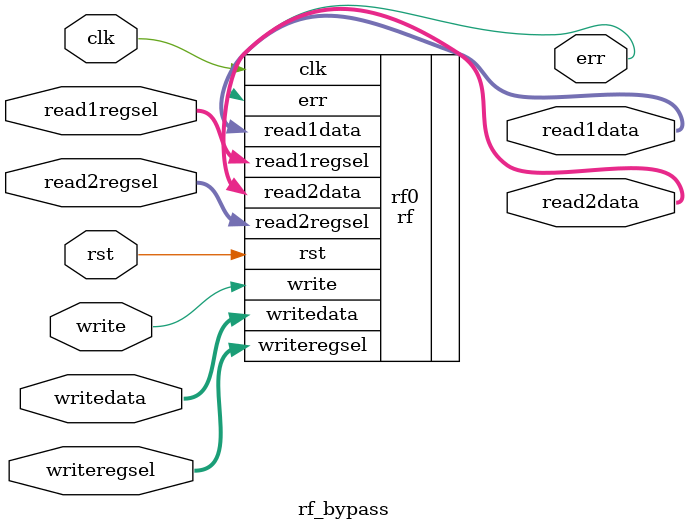
<source format=v>
/* $Author: karu $ */
/* $LastChangedDate: 2009-03-04 23:09:45 -0600 (Wed, 04 Mar 2009) $ */
/* $Rev: 45 $ */
module rf_bypass (
           // Outputs
           read1data, read2data, err,
           // Inputs
           clk, rst, read1regsel, read2regsel, writeregsel, writedata, write
           );
   input clk, rst;
   input [2:0] read1regsel;
   input [2:0] read2regsel;
   input [2:0] writeregsel;
   input [15:0] writedata;
   input        write;

   output [15:0] read1data;
   output [15:0] read2data;
   output        err;

   // your code
   rf rf0 (
           // Outputs
           .read1data(read1data), 
           .read2data(read2data), 
           .err(err),
           // Inputs
           .clk(clk), 
           .rst(rst), 
           .read1regsel(read1regsel), 
           .read2regsel(read2regsel), 
           .writeregsel(writeregsel), 
           .writedata(writedata), 
           .write(write)
           );
 
endmodule
// DUMMY LINE FOR REV CONTROL :1:

</source>
